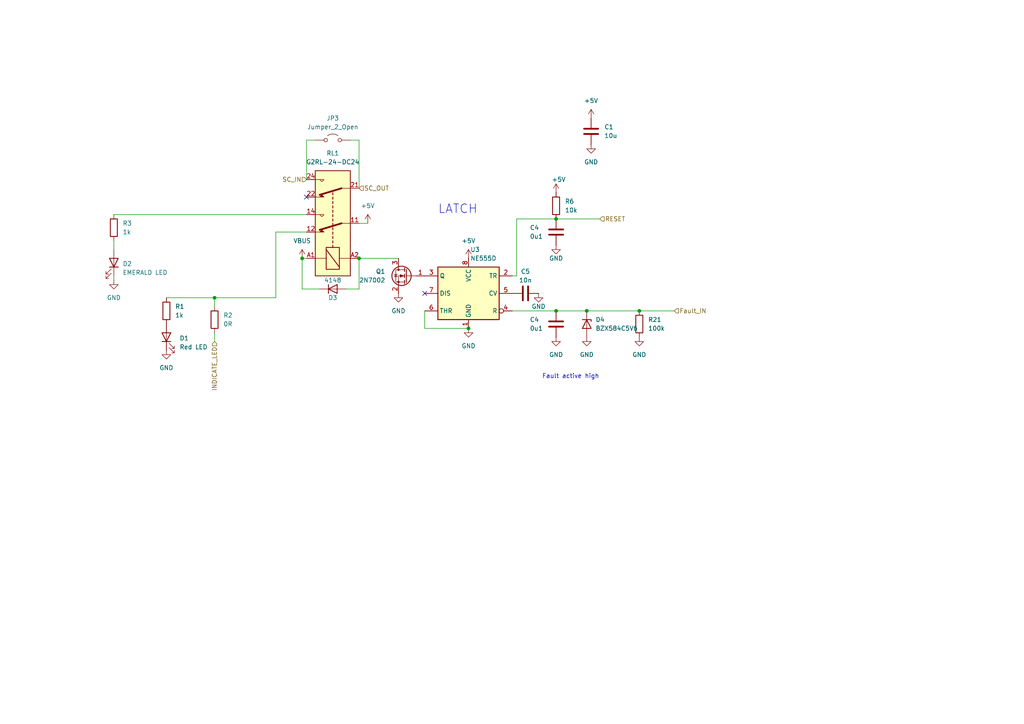
<source format=kicad_sch>
(kicad_sch (version 20231120) (generator "eeschema") (generator_version "8.0")
  (paper "A4")
  (title_block (title "HVB_LV1") (date "2024-12-01") (rev "2.0") (company "NTURacing") (comment 1 "Powertrain") (comment 2 "郭哲明 Jack Kuo"))
  (lib_symbols
    (symbol "Device:C" (pin_numbers hide) (pin_names (offset 0.254))
      (property "Reference" "C" (at 0.635 2.54 0))
      (property "Value" "C" (at 0.635 -2.54 0))
      (symbol "C_0_1"
        (polyline (pts (xy -2.032 -0.762) (xy 2.032 -0.762)) (stroke (width 0.508)))
        (polyline (pts (xy -2.032 0.762) (xy 2.032 0.762)) (stroke (width 0.508)))
      )
      (symbol "C_1_1"
        (pin passive line (at 0 3.81 270) (length 2.794) (name "~") (number "1"))
        (pin passive line (at 0 -3.81 90) (length 2.794) (name "~") (number "2"))
      )
    )
    (symbol "Device:D" (pin_numbers hide) (pin_names (offset 1.016) hide)
      (property "Reference" "D" (at 0 2.54 0))
      (property "Value" "D" (at 0 -2.54 0))
      (symbol "D_0_1"
        (polyline (pts (xy -1.27 1.27) (xy -1.27 -1.27)) (stroke (width 0.254)))
        (polyline (pts (xy 1.27 0) (xy -1.27 0)))
        (polyline (pts (xy 1.27 1.27) (xy 1.27 -1.27) (xy -1.27 0) (xy 1.27 1.27)) (stroke (width 0.254)))
      )
      (symbol "D_1_1"
        (pin passive line (at -3.81 0 0) (length 2.54) (name "K") (number "1"))
        (pin passive line (at 3.81 0 180) (length 2.54) (name "A") (number "2"))
      )
    )
    (symbol "Device:LED" (pin_numbers hide) (pin_names (offset 1.016) hide)
      (property "Reference" "D" (at 0 2.54 0))
      (property "Value" "LED" (at 0 -2.54 0))
      (symbol "LED_0_1"
        (polyline (pts (xy -1.27 -1.27) (xy -1.27 1.27)) (stroke (width 0.254)))
        (polyline (pts (xy -1.27 0) (xy 1.27 0)))
        (polyline (pts (xy 1.27 -1.27) (xy 1.27 1.27) (xy -1.27 0) (xy 1.27 -1.27)) (stroke (width 0.254)))
        (polyline (pts (xy -3.048 -0.762) (xy -4.572 -2.286) (xy -3.81 -2.286) (xy -4.572 -2.286) (xy -4.572 -1.524)))
        (polyline (pts (xy -1.778 -0.762) (xy -3.302 -2.286) (xy -2.54 -2.286) (xy -3.302 -2.286) (xy -3.302 -1.524)))
      )
      (symbol "LED_1_1"
        (pin passive line (at -3.81 0 0) (length 2.54) (name "K") (number "1"))
        (pin passive line (at 3.81 0 180) (length 2.54) (name "A") (number "2"))
      )
    )
    (symbol "Device:R" (pin_numbers hide) (pin_names (offset 0))
      (property "Reference" "R" (at 2.032 0 90))
      (property "Value" "R" (at 0 0 90))
      (symbol "R_0_1"
        (rectangle (start -1.016 -2.54) (end 1.016 2.54) (stroke (width 0.254)))
      )
      (symbol "R_1_1"
        (pin passive line (at 0 3.81 270) (length 1.27) (name "~") (number "1"))
        (pin passive line (at 0 -3.81 90) (length 1.27) (name "~") (number "2"))
      )
    )
    (symbol "Diode:BZV55C5V6" (pin_numbers hide) (pin_names hide)
      (property "Reference" "D" (at 0 2.54 0))
      (property "Value" "BZV55C5V6" (at 0 -2.54 0))
      (symbol "BZV55C5V6_0_1"
        (polyline (pts (xy 1.27 0) (xy -1.27 0)))
        (polyline (pts (xy -1.27 -1.27) (xy -1.27 1.27) (xy -0.762 1.27)) (stroke (width 0.254)))
        (polyline (pts (xy 1.27 -1.27) (xy 1.27 1.27) (xy -1.27 0) (xy 1.27 -1.27)) (stroke (width 0.254)))
      )
      (symbol "BZV55C5V6_1_1"
        (pin passive line (at -3.81 0 0) (length 2.54) (name "K") (number "1"))
        (pin passive line (at 3.81 0 180) (length 2.54) (name "A") (number "2"))
      )
    )
    (symbol "Jumper:Jumper_2_Open" (pin_numbers hide) (pin_names (offset 0) hide) (exclude_from_sim yes)
      (property "Reference" "JP" (at 0 2.794 0))
      (property "Value" "Jumper_2_Open" (at 0 -2.286 0))
      (symbol "Jumper_2_Open_0_0"
        (circle (center -2.032 0) (radius 0.508))
        (circle (center 2.032 0) (radius 0.508))
      )
      (symbol "Jumper_2_Open_0_1"
        (arc (start 1.524 1.27) (mid 0 1.778) (end -1.524 1.27))
      )
      (symbol "Jumper_2_Open_1_1"
        (pin passive line (at -5.08 0 0) (length 2.54) (name "A") (number "1"))
        (pin passive line (at 5.08 0 180) (length 2.54) (name "B") (number "2"))
      )
    )
    (symbol "Relay:G2RL-2"
      (property "Reference" "K" (at 16.51 3.81 0))
      (property "Value" "G2RL-2" (at 16.51 1.27 0))
      (symbol "G2RL-2_0_1"
        (rectangle (start -15.24 5.08) (end 15.24 -5.08) (stroke (width 0.254)) (fill (type background)))
        (rectangle (start -13.335 1.905) (end -6.985 -1.905) (stroke (width 0.254)))
        (polyline (pts (xy -12.7 -1.905) (xy -7.62 1.905)) (stroke (width 0.254)))
        (polyline (pts (xy -10.16 -5.08) (xy -10.16 -1.905)))
        (polyline (pts (xy -10.16 5.08) (xy -10.16 1.905)))
        (polyline (pts (xy -6.985 0) (xy -6.35 0)) (stroke (width 0.254)))
        (polyline (pts (xy -5.715 0) (xy -5.08 0)) (stroke (width 0.254)))
        (polyline (pts (xy -4.445 0) (xy -3.81 0)) (stroke (width 0.254)))
        (polyline (pts (xy -3.175 0) (xy -2.54 0)) (stroke (width 0.254)))
        (polyline (pts (xy -1.905 0) (xy -1.27 0)) (stroke (width 0.254)))
        (polyline (pts (xy -0.635 0) (xy 0 0)) (stroke (width 0.254)))
        (polyline (pts (xy 0 -2.54) (xy -1.905 3.81)) (stroke (width 0.508)))
        (polyline (pts (xy 0 -2.54) (xy 0 -5.08)))
        (polyline (pts (xy 0.635 0) (xy 1.27 0)) (stroke (width 0.254)))
        (polyline (pts (xy 1.905 0) (xy 2.54 0)) (stroke (width 0.254)))
        (polyline (pts (xy 3.175 0) (xy 3.81 0)) (stroke (width 0.254)))
        (polyline (pts (xy 4.445 0) (xy 5.08 0)) (stroke (width 0.254)))
        (polyline (pts (xy 5.715 0) (xy 6.35 0)) (stroke (width 0.254)))
        (polyline (pts (xy 6.985 0) (xy 7.62 0)) (stroke (width 0.254)))
        (polyline (pts (xy 8.255 0) (xy 8.89 0)) (stroke (width 0.254)))
        (polyline (pts (xy 10.16 -2.54) (xy 8.255 3.81)) (stroke (width 0.508)))
        (polyline (pts (xy 10.16 -2.54) (xy 10.16 -5.08)))
        (polyline (pts (xy -2.54 5.08) (xy -2.54 2.54) (xy -1.905 3.175) (xy -2.54 3.81)) (fill (type outline)))
        (polyline (pts (xy 2.54 5.08) (xy 2.54 2.54) (xy 1.905 3.175) (xy 2.54 3.81)))
        (polyline (pts (xy 7.62 5.08) (xy 7.62 2.54) (xy 8.255 3.175) (xy 7.62 3.81)) (fill (type outline)))
        (polyline (pts (xy 12.7 5.08) (xy 12.7 2.54) (xy 12.065 3.175) (xy 12.7 3.81)))
      )
      (symbol "G2RL-2_1_1"
        (pin passive line (at 0 -7.62 90) (length 2.54) (name "~") (number "11"))
        (pin passive line (at -2.54 7.62 270) (length 2.54) (name "~") (number "12"))
        (pin passive line (at 2.54 7.62 270) (length 2.54) (name "~") (number "14"))
        (pin passive line (at 10.16 -7.62 90) (length 2.54) (name "~") (number "21"))
        (pin passive line (at 7.62 7.62 270) (length 2.54) (name "~") (number "22"))
        (pin passive line (at 12.7 7.62 270) (length 2.54) (name "~") (number "24"))
        (pin passive line (at -10.16 7.62 270) (length 2.54) (name "~") (number "A1"))
        (pin passive line (at -10.16 -7.62 90) (length 2.54) (name "~") (number "A2"))
      )
    )
    (symbol "Timer:NE555D"
      (property "Reference" "U" (at -10.16 8.89 0))
      (property "Value" "NE555D" (at 2.54 8.89 0))
      (symbol "NE555D_0_0"
        (pin power_in line (at 0 -10.16 90) (length 2.54) (name "GND") (number "1"))
        (pin power_in line (at 0 10.16 270) (length 2.54) (name "VCC") (number "8"))
      )
      (symbol "NE555D_0_1"
        (rectangle (start -8.89 -7.62) (end 8.89 7.62) (stroke (width 0.254)) (fill (type background)))
        (rectangle (start -8.89 -7.62) (end 8.89 7.62) (stroke (width 0.254)) (fill (type background)))
      )
      (symbol "NE555D_1_1"
        (pin input line (at -12.7 5.08 0) (length 3.81) (name "TR") (number "2"))
        (pin output line (at 12.7 5.08 180) (length 3.81) (name "Q") (number "3"))
        (pin input inverted (at -12.7 -5.08 0) (length 3.81) (name "R") (number "4"))
        (pin input line (at -12.7 0 0) (length 3.81) (name "CV") (number "5"))
        (pin input line (at 12.7 -5.08 180) (length 3.81) (name "THR") (number "6"))
        (pin input line (at 12.7 0 180) (length 3.81) (name "DIS") (number "7"))
      )
    )
    (symbol "Transistor_FET:2N7002" (pin_names hide)
      (property "Reference" "Q" (at 5.08 1.905 0))
      (property "Value" "2N7002" (at 5.08 0 0))
      (symbol "2N7002_0_1"
        (polyline (pts (xy 0.254 0) (xy -2.54 0)))
        (polyline (pts (xy 0.254 1.905) (xy 0.254 -1.905)) (stroke (width 0.254)))
        (polyline (pts (xy 0.762 -1.27) (xy 0.762 -2.286)) (stroke (width 0.254)))
        (polyline (pts (xy 0.762 0.508) (xy 0.762 -0.508)) (stroke (width 0.254)))
        (polyline (pts (xy 0.762 2.286) (xy 0.762 1.27)) (stroke (width 0.254)))
        (polyline (pts (xy 2.54 2.54) (xy 2.54 1.778)))
        (polyline (pts (xy 2.54 -2.54) (xy 2.54 0) (xy 0.762 0)))
        (polyline (pts (xy 0.762 -1.778) (xy 3.302 -1.778) (xy 3.302 1.778) (xy 0.762 1.778)))
        (polyline (pts (xy 1.016 0) (xy 2.032 0.381) (xy 2.032 -0.381) (xy 1.016 0)) (fill (type outline)))
        (polyline (pts (xy 2.794 0.508) (xy 2.921 0.381) (xy 3.683 0.381) (xy 3.81 0.254)))
        (polyline (pts (xy 3.302 0.381) (xy 2.921 -0.254) (xy 3.683 -0.254) (xy 3.302 0.381)))
        (circle (center 1.651 0) (radius 2.794) (stroke (width 0.254)))
        (circle (center 2.54 -1.778) (radius 0.254) (fill (type outline)))
        (circle (center 2.54 1.778) (radius 0.254) (fill (type outline)))
      )
      (symbol "2N7002_1_1"
        (pin input line (at -5.08 0 0) (length 2.54) (name "G") (number "1"))
        (pin passive line (at 2.54 -5.08 90) (length 2.54) (name "S") (number "2"))
        (pin passive line (at 2.54 5.08 270) (length 2.54) (name "D") (number "3"))
      )
    )
    (symbol "power:+5V" (power) (pin_numbers hide) (pin_names (offset 0) hide)
      (property "Value" "+5V" (at 0 3.556 0))
      (symbol "+5V_0_1"
        (polyline (pts (xy -0.762 1.27) (xy 0 2.54)))
        (polyline (pts (xy 0 0) (xy 0 2.54)))
        (polyline (pts (xy 0 2.54) (xy 0.762 1.27)))
      )
      (symbol "+5V_1_1"
        (pin power_in line (at 0 0 90) (length 0) (name "~") (number "1"))
      )
    )
    (symbol "power:GND" (power) (pin_numbers hide) (pin_names (offset 0) hide)
      (property "Value" "GND" (at 0 -3.81 0))
      (symbol "GND_0_1"
        (polyline (pts (xy 0 0) (xy 0 -1.27) (xy 1.27 -1.27) (xy 0 -2.54) (xy -1.27 -1.27) (xy 0 -1.27)))
      )
      (symbol "GND_1_1"
        (pin power_in line (at 0 0 270) (length 0) (name "~") (number "1"))
      )
    )
    (symbol "power:VBUS" (power) (pin_numbers hide) (pin_names (offset 0) hide)
      (property "Value" "VBUS" (at 0 3.556 0))
      (symbol "VBUS_0_1"
        (polyline (pts (xy -0.762 1.27) (xy 0 2.54)))
        (polyline (pts (xy 0 0) (xy 0 2.54)))
        (polyline (pts (xy 0 2.54) (xy 0.762 1.27)))
      )
      (symbol "VBUS_1_1"
        (pin power_in line (at 0 0 90) (length 0) (name "~") (number "1"))
      )
    )
  )
  (junction (at 62.23 86.36))
  (junction (at 161.29 90.17))
  (junction (at 135.89 95.25))
  (junction (at 161.29 63.5))
  (junction (at 185.42 90.17))
  (junction (at 170.18 90.17))
  (junction (at 87.63 74.93))
  (junction (at 104.14 74.93))
  (no_connect (at 123.19 85.09))
  (no_connect (at 88.9 57.15))
  (wire (pts (xy 149.86 80.01) (xy 149.86 63.5)))
  (wire (pts (xy 106.68 64.77) (xy 104.14 64.77)))
  (wire (pts (xy 104.14 54.61) (xy 104.14 40.64)))
  (wire (pts (xy 80.01 67.31) (xy 88.9 67.31)))
  (wire (pts (xy 100.33 83.82) (xy 104.14 83.82)))
  (wire (pts (xy 123.19 90.17) (xy 123.19 95.25)))
  (wire (pts (xy 104.14 40.64) (xy 101.6 40.64)))
  (wire (pts (xy 80.01 67.31) (xy 80.01 86.36)))
  (wire (pts (xy 104.14 74.93) (xy 115.57 74.93)))
  (wire (pts (xy 33.02 62.23) (xy 88.9 62.23)))
  (wire (pts (xy 149.86 63.5) (xy 161.29 63.5)))
  (wire (pts (xy 123.19 95.25) (xy 135.89 95.25)))
  (wire (pts (xy 104.14 83.82) (xy 104.14 74.93)))
  (wire (pts (xy 62.23 86.36) (xy 80.01 86.36)))
  (wire (pts (xy 62.23 96.52) (xy 62.23 99.06)))
  (wire (pts (xy 88.9 40.64) (xy 88.9 52.07)))
  (wire (pts (xy 87.63 83.82) (xy 87.63 74.93)))
  (wire (pts (xy 91.44 40.64) (xy 88.9 40.64)))
  (wire (pts (xy 185.42 90.17) (xy 195.58 90.17)))
  (wire (pts (xy 62.23 88.9) (xy 62.23 86.36)))
  (wire (pts (xy 149.86 80.01) (xy 148.59 80.01)))
  (wire (pts (xy 92.71 83.82) (xy 87.63 83.82)))
  (wire (pts (xy 48.26 86.36) (xy 62.23 86.36)))
  (wire (pts (xy 87.63 74.93) (xy 88.9 74.93)))
  (wire (pts (xy 161.29 90.17) (xy 170.18 90.17)))
  (wire (pts (xy 33.02 72.39) (xy 33.02 69.85)))
  (wire (pts (xy 148.59 90.17) (xy 161.29 90.17)))
  (wire (pts (xy 33.02 81.28) (xy 33.02 80.01)))
  (wire (pts (xy 161.29 63.5) (xy 173.99 63.5)))
  (wire (pts (xy 170.18 90.17) (xy 185.42 90.17)))
  (text "Fault active high" (at 157.226 109.982 0) (effects (font (size 1.27 1.27)) (justify left bottom)))
  (text "LATCH" (at 127 62.23 0) (effects (font (size 2.54 2.54)) (justify left bottom)))
  (hierarchical_label "RESET" (shape input) (at 173.99 63.5 0))
  (hierarchical_label "Fault_IN" (shape input) (at 195.58 90.17 0))
  (hierarchical_label "SC_IN" (shape input) (at 88.9 52.07 180))
  (hierarchical_label "SC_OUT" (shape input) (at 104.14 54.61 0))
  (hierarchical_label "INDICATE_LED" (shape input) (at 62.23 99.06 270))
  (symbol (lib_id "Transistor_FET:2N7002") (at 118.11 80.01 0) (mirror y) (unit 1)
    (property "Reference" "Q1" (at 111.76 78.7399 0) (effects (justify left)))
    (property "Value" "2N7002" (at 111.76 81.2799 0) (effects (justify left)))
    (property "Footprint" "Package_TO_SOT_SMD:SOT-23" (effects (hide yes)))
    (property "Datasheet" "https://www.onsemi.com/pub/Collateral/NDS7002A-D.PDF" (effects (hide yes)))
    (property "Description" "0.115A Id, 60V Vds, N-Channel MOSFET, SOT-23" (effects (hide yes)))
    (instances (project "SC_Latch_V0_20230703" (path "" (reference "Q1") (unit 1))) (project "SC_Board" (path "" (reference "Q3") (unit 1)) (path "" (reference "Q2") (unit 1)) (path "" (reference "Q1") (unit 1))))
  )
  (symbol (lib_id "power:GND") (at 170.18 97.79 0) (unit 1)
    (property "Reference" "#PWR01" (effects (hide yes)))
    (property "Value" "GND" (at 170.18 102.87 0))
    (property "Description" "Power symbol creates a global label with name \"GND\" , ground" (effects (hide yes)))
    (instances (project "SC_Latch_V0_20230703" (path "" (reference "#PWR01") (unit 1))) (project "SC_Board" (path "" (reference "#PWR061") (unit 1)) (path "" (reference "#PWR046") (unit 1)) (path "" (reference "#PWR031") (unit 1))))
  )
  (symbol (lib_id "Device:D") (at 96.52 83.82 0) (unit 1)
    (property "Reference" "D3" (at 96.52 86.36 0))
    (property "Value" "4148" (at 96.52 81.28 0))
    (property "Footprint" "Diode_SMD:D_SOD-323" (effects (hide yes)))
    (property "Description" "Diode" (effects (hide yes)))
    (property "Sim.Device" "D" (effects (hide yes)))
    (property "Sim.Pins" "1=K 2=A" (effects (hide yes)))
    (instances (project "SC_Latch_V0_20230703" (path "" (reference "D3") (unit 1))) (project "SC_Board" (path "" (reference "D10") (unit 1)) (path "" (reference "D6") (unit 1)) (path "" (reference "D2") (unit 1))))
  )
  (symbol (lib_id "power:GND") (at 48.26 101.6 0) (unit 1)
    (property "Reference" "#PWR0121" (effects (hide yes)))
    (property "Value" "GND" (at 48.26 106.68 0))
    (property "Description" "Power symbol creates a global label with name \"GND\" , ground" (effects (hide yes)))
    (instances (project "SC_Latch_V0_20230703" (path "" (reference "#PWR0121") (unit 1))) (project "SC_Board" (path "" (reference "#PWR063") (unit 1)) (path "" (reference "#PWR048") (unit 1)) (path "" (reference "#PWR033") (unit 1))))
  )
  (symbol (lib_id "Device:C") (at 152.4 85.09 90) (unit 1)
    (property "Reference" "C5" (at 152.4 78.74 90))
    (property "Value" "10n" (at 152.4 81.28 90))
    (property "Footprint" "Capacitor_SMD:C_0402_1005Metric" (effects (hide yes)))
    (property "Description" "Unpolarized capacitor" (effects (hide yes)))
    (instances (project "SC_Latch_V0_20230703" (path "" (reference "C5") (unit 1))) (project "SC_Board" (path "" (reference "C11") (unit 1)) (path "" (reference "C7") (unit 1)) (path "" (reference "C3") (unit 1))))
  )
  (symbol (lib_id "power:+5V") (at 171.45 34.29 0) (unit 1)
    (property "Reference" "#PWR0117" (effects (hide yes)))
    (property "Value" "+5V" (at 171.45 29.21 0))
    (property "Description" "Power symbol creates a global label with name \"+5V\"" (effects (hide yes)))
    (instances (project "SC_Latch_V0_20230703" (path "" (reference "#PWR0117") (unit 1))) (project "SC_Board" (path "" (reference "#PWR049") (unit 1)) (path "" (reference "#PWR034") (unit 1)) (path "" (reference "#PWR019") (unit 1))))
  )
  (symbol (lib_id "Device:R") (at 185.42 93.98 0) (unit 1)
    (property "Reference" "R21" (at 187.96 92.71 0) (effects (justify left)))
    (property "Value" "100k" (at 187.96 95.25 0) (effects (justify left)))
    (property "Footprint" "Resistor_SMD:R_0603_1608Metric" (effects (hide yes)))
    (property "Description" "Resistor" (effects (hide yes)))
    (instances (project "SC_Board" (path "" (reference "R21") (unit 1)) (path "" (reference "R15") (unit 1)) (path "" (reference "R9") (unit 1))))
  )
  (symbol (lib_id "Device:R") (at 48.26 90.17 0) (unit 1)
    (property "Reference" "R1" (at 50.8 88.8999 0) (effects (justify left)))
    (property "Value" "1k" (at 50.8 91.4399 0) (effects (justify left)))
    (property "Footprint" "Resistor_SMD:R_0603_1608Metric" (effects (hide yes)))
    (property "Description" "Resistor" (effects (hide yes)))
    (instances (project "SC_Latch_V0_20230703" (path "" (reference "R1") (unit 1))) (project "SC_Board" (path "" (reference "R18") (unit 1)) (path "" (reference "R12") (unit 1)) (path "" (reference "R6") (unit 1))))
  )
  (symbol (lib_id "Device:C") (at 161.29 93.98 0) (unit 1)
    (property "Reference" "C4" (at 153.67 92.71 0) (effects (justify left)))
    (property "Value" "0u1" (at 153.67 95.25 0) (effects (justify left)))
    (property "Footprint" "Capacitor_SMD:C_0402_1005Metric" (effects (hide yes)))
    (property "Description" "Unpolarized capacitor" (effects (hide yes)))
    (instances (project "SC_Latch_V0_20230703" (path "" (reference "C4") (unit 1))) (project "SC_Board" (path "" (reference "C12") (unit 1)) (path "" (reference "C8") (unit 1)) (path "" (reference "C4") (unit 1))))
  )
  (symbol (lib_id "power:+5V") (at 135.89 74.93 0) (unit 1)
    (property "Reference" "#PWR0105" (effects (hide yes)))
    (property "Value" "+5V" (at 135.89 69.85 0))
    (property "Description" "Power symbol creates a global label with name \"+5V\"" (effects (hide yes)))
    (instances (project "SC_Latch_V0_20230703" (path "" (reference "#PWR0105") (unit 1))) (project "SC_Board" (path "" (reference "#PWR056") (unit 1)) (path "" (reference "#PWR041") (unit 1)) (path "" (reference "#PWR026") (unit 1))))
  )
  (symbol (lib_id "power:GND") (at 156.21 85.09 0) (unit 1)
    (property "Reference" "#PWR0114" (effects (hide yes)))
    (property "Value" "GND" (at 156.21 88.9 0))
    (property "Description" "Power symbol creates a global label with name \"GND\" , ground" (effects (hide yes)))
    (instances (project "SC_Latch_V0_20230703" (path "" (reference "#PWR0114") (unit 1))) (project "SC_Board" (path "" (reference "#PWR058") (unit 1)) (path "" (reference "#PWR043") (unit 1)) (path "" (reference "#PWR028") (unit 1))))
  )
  (symbol (lib_id "Device:R") (at 62.23 92.71 0) (unit 1)
    (property "Reference" "R2" (at 64.77 91.44 0) (effects (justify left)))
    (property "Value" "0R" (at 64.77 93.98 0) (effects (justify left)))
    (property "Footprint" "Resistor_SMD:R_0603_1608Metric" (effects (hide yes)))
    (property "Description" "Resistor" (effects (hide yes)))
    (instances (project "SC_Latch_V0_20230703" (path "" (reference "R2") (unit 1))) (project "SC_Board" (path "" (reference "R19") (unit 1)) (path "" (reference "R13") (unit 1)) (path "" (reference "R7") (unit 1))))
  )
  (symbol (lib_id "Diode:BZV55C5V6") (at 170.18 93.98 270) (unit 1)
    (property "Reference" "D4" (at 172.72 92.71 90) (effects (justify left)))
    (property "Value" "BZX584C5V6" (at 172.72 95.25 90) (effects (justify left)))
    (property "Footprint" "Diode_SMD:D_SOD-523" (effects (hide yes)))
    (property "Datasheet" "https://assets.nexperia.com/documents/data-sheet/BZV55_SER.pdf" (effects (hide yes)))
    (property "Description" "5.6V, 500mW, 5%, Zener diode, MiniMELF" (effects (hide yes)))
    (instances (project "SC_Latch_V0_20230703" (path "" (reference "D4") (unit 1))) (project "SC_Board" (path "" (reference "D11") (unit 1)) (path "" (reference "D7") (unit 1)) (path "" (reference "D3") (unit 1))))
  )
  (symbol (lib_id "power:GND") (at 161.29 71.12 0) (unit 1)
    (property "Reference" "#PWR0116" (effects (hide yes)))
    (property "Value" "GND" (at 161.29 74.93 0))
    (property "Description" "Power symbol creates a global label with name \"GND\" , ground" (effects (hide yes)))
    (instances (project "SC_Latch_V0_20230703" (path "" (reference "#PWR0116") (unit 1))) (project "SC_Board" (path "" (reference "#PWR054") (unit 1)) (path "" (reference "#PWR039") (unit 1)) (path "" (reference "#PWR024") (unit 1))))
  )
  (symbol (lib_id "power:GND") (at 33.02 81.28 0) (unit 1)
    (property "Reference" "#PWR0109" (effects (hide yes)))
    (property "Value" "GND" (at 33.02 86.36 0))
    (property "Description" "Power symbol creates a global label with name \"GND\" , ground" (effects (hide yes)))
    (instances (project "SC_Latch_V0_20230703" (path "" (reference "#PWR0109") (unit 1))) (project "SC_Board" (path "" (reference "#PWR052") (unit 1)) (path "" (reference "#PWR037") (unit 1)) (path "" (reference "#PWR022") (unit 1))))
  )
  (symbol (lib_id "power:VBUS") (at 87.63 74.93 0) (unit 1)
    (property "Reference" "#PWR055" (effects (hide yes)))
    (property "Value" "VBUS" (at 87.63 69.85 0))
    (property "Description" "Power symbol creates a global label with name \"VBUS\"" (effects (hide yes)))
    (instances (project "SC_Board" (path "" (reference "#PWR055") (unit 1)) (path "" (reference "#PWR040") (unit 1)) (path "" (reference "#PWR025") (unit 1))) (project "BMS_MASTER_STM32F105RC" (path "" (reference "#PWR019") (unit 1)) (path "" (reference "#PWR02") (unit 1))))
  )
  (symbol (lib_id "Device:C") (at 161.29 67.31 0) (unit 1)
    (property "Reference" "C4" (at 153.67 66.04 0) (effects (justify left)))
    (property "Value" "0u1" (at 153.67 68.58 0) (effects (justify left)))
    (property "Footprint" "Capacitor_SMD:C_0402_1005Metric" (effects (hide yes)))
    (property "Description" "Unpolarized capacitor" (effects (hide yes)))
    (instances (project "SC_Latch_V0_20230703" (path "" (reference "C4") (unit 1))) (project "SC_Board" (path "" (reference "C10") (unit 1)) (path "" (reference "C6") (unit 1)) (path "" (reference "C2") (unit 1))))
  )
  (symbol (lib_id "power:GND") (at 135.89 95.25 0) (unit 1)
    (property "Reference" "#PWR0113" (effects (hide yes)))
    (property "Value" "GND" (at 135.89 100.33 0))
    (property "Description" "Power symbol creates a global label with name \"GND\" , ground" (effects (hide yes)))
    (instances (project "SC_Latch_V0_20230703" (path "" (reference "#PWR0113") (unit 1))) (project "SC_Board" (path "" (reference "#PWR059") (unit 1)) (path "" (reference "#PWR044") (unit 1)) (path "" (reference "#PWR029") (unit 1))))
  )
  (symbol (lib_id "power:+5V") (at 106.68 64.77 0) (unit 1)
    (property "Reference" "#PWR0111" (effects (hide yes)))
    (property "Value" "+5V" (at 106.68 59.69 0))
    (property "Description" "Power symbol creates a global label with name \"+5V\"" (effects (hide yes)))
    (instances (project "SC_Latch_V0_20230703" (path "" (reference "#PWR0111") (unit 1))) (project "SC_Board" (path "" (reference "#PWR053") (unit 1)) (path "" (reference "#PWR038") (unit 1)) (path "" (reference "#PWR023") (unit 1))))
  )
  (symbol (lib_id "Timer:NE555D") (at 135.89 85.09 0) (mirror y) (unit 1)
    (property "Reference" "U3" (at 136.4106 72.39 0) (effects (justify right)))
    (property "Value" "NE555D" (at 136.4106 74.93 0) (effects (justify right)))
    (property "Footprint" "Package_SO:SOIC-8_3.9x4.9mm_P1.27mm" (effects (hide yes)))
    (property "Datasheet" "http://www.ti.com/lit/ds/symlink/ne555.pdf" (effects (hide yes)))
    (property "Description" "Precision Timers, 555 compatible, SOIC-8" (effects (hide yes)))
    (instances (project "SC_Latch_V0_20230703" (path "" (reference "U3") (unit 1))) (project "SC_Board" (path "" (reference "U3") (unit 1)) (path "" (reference "U2") (unit 1)) (path "" (reference "U1") (unit 1))))
  )
  (symbol (lib_id "power:GND") (at 171.45 41.91 0) (unit 1)
    (property "Reference" "#PWR0119" (effects (hide yes)))
    (property "Value" "GND" (at 171.45 46.99 0))
    (property "Description" "Power symbol creates a global label with name \"GND\" , ground" (effects (hide yes)))
    (instances (project "SC_Latch_V0_20230703" (path "" (reference "#PWR0119") (unit 1))) (project "SC_Board" (path "" (reference "#PWR050") (unit 1)) (path "" (reference "#PWR035") (unit 1)) (path "" (reference "#PWR020") (unit 1))))
  )
  (symbol (lib_id "Relay:G2RL-2") (at 96.52 64.77 90) (unit 1)
    (property "Reference" "RL1" (at 96.52 44.45 90))
    (property "Value" "G2RL-24-DC24" (at 96.52 46.99 90))
    (property "Footprint" "Relay_THT:Relay_DPDT_Omron_G2RL-2" (effects (hide yes)))
    (property "Datasheet" "https://omronfs.omron.com/en_US/ecb/products/pdf/en-g2rl.pdf" (effects (hide yes)))
    (property "Description" "General Purpose Low Profile Relay DPDT Through Hole, Omron G2RL series, 8A 250VAC" (effects (hide yes)))
    (instances (project "SC_Latch_V0_20230703" (path "" (reference "RL1") (unit 1))) (project "SC_Board" (path "" (reference "RL3") (unit 1)) (path "" (reference "RL2") (unit 1)) (path "" (reference "RL1") (unit 1))))
  )
  (symbol (lib_id "power:GND") (at 161.29 97.79 0) (unit 1)
    (property "Reference" "#PWR0116" (effects (hide yes)))
    (property "Value" "GND" (at 161.29 102.87 0))
    (property "Description" "Power symbol creates a global label with name \"GND\" , ground" (effects (hide yes)))
    (instances (project "SC_Latch_V0_20230703" (path "" (reference "#PWR0116") (unit 1))) (project "SC_Board" (path "" (reference "#PWR060") (unit 1)) (path "" (reference "#PWR045") (unit 1)) (path "" (reference "#PWR030") (unit 1))))
  )
  (symbol (lib_id "Device:LED") (at 48.26 97.79 90) (unit 1)
    (property "Reference" "D1" (at 52.07 98.1075 90) (effects (justify right)))
    (property "Value" "Red LED" (at 52.07 100.6475 90) (effects (justify right)))
    (property "Footprint" "LED_SMD:LED_0603_1608Metric" (effects (hide yes)))
    (property "Description" "Light emitting diode" (effects (hide yes)))
    (instances (project "SC_Latch_V0_20230703" (path "" (reference "D1") (unit 1))) (project "SC_Board" (path "" (reference "D12") (unit 1)) (path "" (reference "D8") (unit 1)) (path "" (reference "D4") (unit 1))))
  )
  (symbol (lib_id "power:+5V") (at 161.29 55.88 0) (unit 1)
    (property "Reference" "#PWR0112" (effects (hide yes)))
    (property "Value" "+5V" (at 160.02 52.07 0) (effects (justify left)))
    (property "Description" "Power symbol creates a global label with name \"+5V\"" (effects (hide yes)))
    (instances (project "SC_Latch_V0_20230703" (path "" (reference "#PWR0112") (unit 1))) (project "SC_Board" (path "" (reference "#PWR051") (unit 1)) (path "" (reference "#PWR036") (unit 1)) (path "" (reference "#PWR021") (unit 1))))
  )
  (symbol (lib_id "Device:R") (at 161.29 59.69 0) (unit 1)
    (property "Reference" "R6" (at 163.83 58.4199 0) (effects (justify left)))
    (property "Value" "10k" (at 163.83 60.9599 0) (effects (justify left)))
    (property "Footprint" "Resistor_SMD:R_0603_1608Metric" (effects (hide yes)))
    (property "Description" "Resistor" (effects (hide yes)))
    (instances (project "SC_Latch_V0_20230703" (path "" (reference "R6") (unit 1))) (project "SC_Board" (path "" (reference "R16") (unit 1)) (path "" (reference "R10") (unit 1)) (path "" (reference "R4") (unit 1))))
  )
  (symbol (lib_id "Device:C") (at 171.45 38.1 0) (unit 1)
    (property "Reference" "C1" (at 175.26 36.8299 0) (effects (justify left)))
    (property "Value" "10u" (at 175.26 39.3699 0) (effects (justify left)))
    (property "Footprint" "Capacitor_SMD:C_0805_2012Metric" (effects (hide yes)))
    (property "Description" "Unpolarized capacitor" (effects (hide yes)))
    (instances (project "SC_Latch_V0_20230703" (path "" (reference "C1") (unit 1))) (project "SC_Board" (path "" (reference "C9") (unit 1)) (path "" (reference "C5") (unit 1)) (path "" (reference "C1") (unit 1))))
  )
  (symbol (lib_id "Jumper:Jumper_2_Open") (at 96.52 40.64 0) (unit 1)
    (property "Reference" "JP3" (at 96.52 34.29 0))
    (property "Value" "Jumper_2_Open" (at 96.52 36.83 0))
    (property "Footprint" "TestPoint:TestPoint_2Pads_Pitch2.54mm_Drill0.8mm" (effects (hide yes)))
    (property "Description" "Jumper, 2-pole, open" (effects (hide yes)))
    (instances (project "SC_Board" (path "" (reference "JP3") (unit 1)) (path "" (reference "JP2") (unit 1)) (path "" (reference "JP1") (unit 1))))
  )
  (symbol (lib_id "Device:LED") (at 33.02 76.2 270) (mirror x) (unit 1)
    (property "Reference" "D2" (at 35.56 76.5175 90) (effects (justify left)))
    (property "Value" "EMERALD LED" (at 35.56 79.0575 90) (effects (justify left)))
    (property "Footprint" "LED_SMD:LED_0603_1608Metric" (effects (hide yes)))
    (property "Description" "Light emitting diode" (effects (hide yes)))
    (instances (project "SC_Latch_V0_20230703" (path "" (reference "D2") (unit 1))) (project "SC_Board" (path "" (reference "D9") (unit 1)) (path "" (reference "D5") (unit 1)) (path "" (reference "D1") (unit 1))))
  )
  (symbol (lib_id "power:GND") (at 185.42 97.79 0) (unit 1)
    (property "Reference" "#PWR01" (effects (hide yes)))
    (property "Value" "GND" (at 185.42 102.87 0))
    (property "Description" "Power symbol creates a global label with name \"GND\" , ground" (effects (hide yes)))
    (instances (project "SC_Latch_V0_20230703" (path "" (reference "#PWR01") (unit 1))) (project "SC_Board" (path "" (reference "#PWR062") (unit 1)) (path "" (reference "#PWR047") (unit 1)) (path "" (reference "#PWR032") (unit 1))))
  )
  (symbol (lib_id "Device:R") (at 33.02 66.04 180) (unit 1)
    (property "Reference" "R3" (at 35.56 64.77 0) (effects (justify right)))
    (property "Value" "1k" (at 35.56 67.31 0) (effects (justify right)))
    (property "Footprint" "Resistor_SMD:R_0603_1608Metric" (effects (hide yes)))
    (property "Description" "Resistor" (effects (hide yes)))
    (instances (project "SC_Latch_V0_20230703" (path "" (reference "R3") (unit 1))) (project "SC_Board" (path "" (reference "R17") (unit 1)) (path "" (reference "R11") (unit 1)) (path "" (reference "R5") (unit 1))))
  )
  (symbol (lib_id "power:GND") (at 115.57 85.09 0) (unit 1)
    (property "Reference" "#PWR0101" (effects (hide yes)))
    (property "Value" "GND" (at 115.57 90.17 0))
    (property "Description" "Power symbol creates a global label with name \"GND\" , ground" (effects (hide yes)))
    (instances (project "SC_Latch_V0_20230703" (path "" (reference "#PWR0101") (unit 1))) (project "SC_Board" (path "" (reference "#PWR057") (unit 1)) (path "" (reference "#PWR042") (unit 1)) (path "" (reference "#PWR027") (unit 1))))
  )
)
</source>
